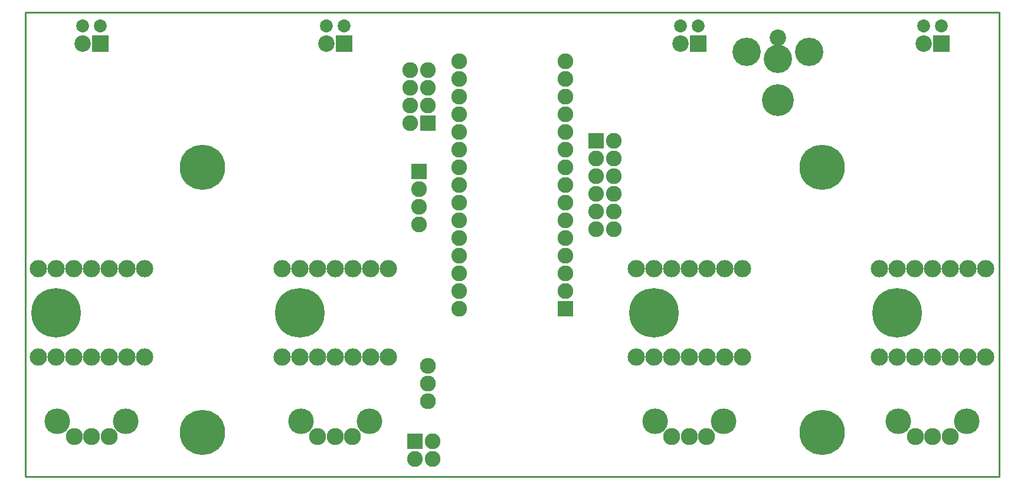
<source format=gts>
G04 (created by PCBNEW-RS274X (2010-00-09 BZR 23xx)-stable) date Thu 14 Jul 2011 05:09:27 PM PDT*
G01*
G70*
G90*
%MOIN*%
G04 Gerber Fmt 3.4, Leading zero omitted, Abs format*
%FSLAX34Y34*%
G04 APERTURE LIST*
%ADD10C,0.006000*%
%ADD11C,0.009000*%
%ADD12C,0.096000*%
%ADD13C,0.145000*%
%ADD14R,0.089000X0.089000*%
%ADD15C,0.089000*%
%ADD16C,0.090000*%
%ADD17C,0.256000*%
%ADD18C,0.098000*%
%ADD19C,0.280000*%
%ADD20C,0.093000*%
%ADD21R,0.093000X0.093000*%
%ADD22C,0.073000*%
%ADD23C,0.160000*%
%ADD24C,0.180000*%
G04 APERTURE END LIST*
G54D10*
G54D11*
X30500Y-55750D02*
X30500Y-29500D01*
X85500Y-55750D02*
X30500Y-55750D01*
X85500Y-29500D02*
X85500Y-55750D01*
X30500Y-29500D02*
X85500Y-29500D01*
G54D12*
X33266Y-53500D03*
X34250Y-53500D03*
X35234Y-53500D03*
G54D13*
X32320Y-52634D03*
X36180Y-52634D03*
G54D12*
X80766Y-53500D03*
X81750Y-53500D03*
X82734Y-53500D03*
G54D13*
X79820Y-52634D03*
X83680Y-52634D03*
G54D12*
X67016Y-53500D03*
X68000Y-53500D03*
X68984Y-53500D03*
G54D13*
X66070Y-52634D03*
X69930Y-52634D03*
G54D12*
X47016Y-53500D03*
X48000Y-53500D03*
X48984Y-53500D03*
G54D13*
X46070Y-52634D03*
X49930Y-52634D03*
G54D14*
X61000Y-46250D03*
G54D15*
X61000Y-45250D03*
X61000Y-44250D03*
X61000Y-43250D03*
X61000Y-42250D03*
X61000Y-41250D03*
X61000Y-40250D03*
X61000Y-39250D03*
X61000Y-38250D03*
X61000Y-37250D03*
X61000Y-36250D03*
X61000Y-35250D03*
X61000Y-34250D03*
X61000Y-33250D03*
X61000Y-32250D03*
X55000Y-32250D03*
X55000Y-33250D03*
X55000Y-34250D03*
X55000Y-35250D03*
X55000Y-36250D03*
X55000Y-37250D03*
X55000Y-38250D03*
X55000Y-39250D03*
X55000Y-40250D03*
X55000Y-41250D03*
X55000Y-42250D03*
X55000Y-43250D03*
X55000Y-44250D03*
X55000Y-45250D03*
X55000Y-46250D03*
G54D16*
X53250Y-51500D03*
X53250Y-50500D03*
X53250Y-49500D03*
G54D14*
X52500Y-53750D03*
G54D15*
X53500Y-53750D03*
X52500Y-54750D03*
X53500Y-54750D03*
G54D14*
X52750Y-38500D03*
G54D15*
X52750Y-39500D03*
X52750Y-40500D03*
X52750Y-41500D03*
G54D17*
X75500Y-38250D03*
X40500Y-53250D03*
X75500Y-53250D03*
X40500Y-38250D03*
G54D18*
X34250Y-44000D03*
X35250Y-44000D03*
X36250Y-44000D03*
X37250Y-44000D03*
X33250Y-44000D03*
X31250Y-44000D03*
G54D19*
X32250Y-46500D03*
G54D18*
X32250Y-44000D03*
X31250Y-49000D03*
X32250Y-49000D03*
X33250Y-49000D03*
X34250Y-49000D03*
X35250Y-49000D03*
X36250Y-49000D03*
X37250Y-49000D03*
X81750Y-44000D03*
X82750Y-44000D03*
X83750Y-44000D03*
X84750Y-44000D03*
X80750Y-44000D03*
X78750Y-44000D03*
G54D19*
X79750Y-46500D03*
G54D18*
X79750Y-44000D03*
X78750Y-49000D03*
X79750Y-49000D03*
X80750Y-49000D03*
X81750Y-49000D03*
X82750Y-49000D03*
X83750Y-49000D03*
X84750Y-49000D03*
X68000Y-44000D03*
X69000Y-44000D03*
X70000Y-44000D03*
X71000Y-44000D03*
X67000Y-44000D03*
X65000Y-44000D03*
G54D19*
X66000Y-46500D03*
G54D18*
X66000Y-44000D03*
X65000Y-49000D03*
X66000Y-49000D03*
X67000Y-49000D03*
X68000Y-49000D03*
X69000Y-49000D03*
X70000Y-49000D03*
X71000Y-49000D03*
X48000Y-44000D03*
X49000Y-44000D03*
X50000Y-44000D03*
X51000Y-44000D03*
X47000Y-44000D03*
X45000Y-44000D03*
G54D19*
X46000Y-46500D03*
G54D18*
X46000Y-44000D03*
X45000Y-49000D03*
X46000Y-49000D03*
X47000Y-49000D03*
X48000Y-49000D03*
X49000Y-49000D03*
X50000Y-49000D03*
X51000Y-49000D03*
G54D20*
X81250Y-31250D03*
G54D21*
X82250Y-31250D03*
G54D22*
X82250Y-30250D03*
X81250Y-30250D03*
G54D20*
X47500Y-31250D03*
G54D21*
X48500Y-31250D03*
G54D22*
X48500Y-30250D03*
X47500Y-30250D03*
G54D20*
X67500Y-31250D03*
G54D21*
X68500Y-31250D03*
G54D22*
X68500Y-30250D03*
X67500Y-30250D03*
G54D20*
X33750Y-31250D03*
G54D21*
X34750Y-31250D03*
G54D22*
X34750Y-30250D03*
X33750Y-30250D03*
G54D14*
X53250Y-35750D03*
G54D15*
X52250Y-35750D03*
X53250Y-34750D03*
X52250Y-34750D03*
X53250Y-33750D03*
X52250Y-33750D03*
X53250Y-32750D03*
X52250Y-32750D03*
G54D14*
X62750Y-36750D03*
G54D15*
X63750Y-36750D03*
X62750Y-37750D03*
X63750Y-37750D03*
X62750Y-38750D03*
X63750Y-38750D03*
X62750Y-39750D03*
X63750Y-39750D03*
X62750Y-40750D03*
X63750Y-40750D03*
X62750Y-41750D03*
X63750Y-41750D03*
G54D20*
X73000Y-30930D03*
G54D23*
X73000Y-32110D03*
G54D24*
X73000Y-34470D03*
G54D23*
X71230Y-31720D03*
X74770Y-31720D03*
M02*

</source>
